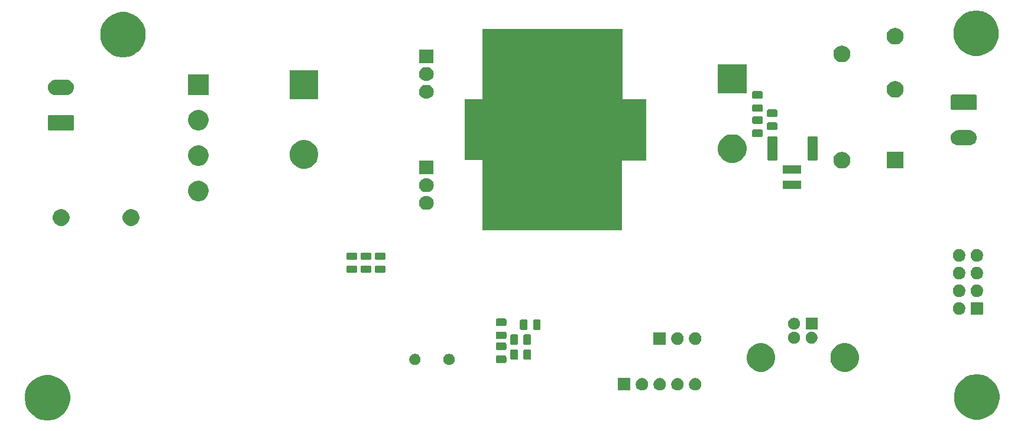
<source format=gbr>
G04 #@! TF.GenerationSoftware,KiCad,Pcbnew,(5.1.6)-1*
G04 #@! TF.CreationDate,2021-05-26T15:33:52+02:00*
G04 #@! TF.ProjectId,PowerSupplyPCB,506f7765-7253-4757-9070-6c795043422e,0.1*
G04 #@! TF.SameCoordinates,Original*
G04 #@! TF.FileFunction,Soldermask,Bot*
G04 #@! TF.FilePolarity,Negative*
%FSLAX46Y46*%
G04 Gerber Fmt 4.6, Leading zero omitted, Abs format (unit mm)*
G04 Created by KiCad (PCBNEW (5.1.6)-1) date 2021-05-26 15:33:52*
%MOMM*%
%LPD*%
G01*
G04 APERTURE LIST*
%ADD10C,0.100000*%
G04 APERTURE END LIST*
D10*
G36*
X154178000Y-89204800D02*
G01*
X145338800Y-89204800D01*
X145338800Y-80568800D01*
X154178000Y-80568800D01*
X154178000Y-89204800D01*
G37*
X154178000Y-89204800D02*
X145338800Y-89204800D01*
X145338800Y-80568800D01*
X154178000Y-80568800D01*
X154178000Y-89204800D01*
G36*
X171196000Y-80568800D02*
G01*
X171196000Y-89306400D01*
X162001200Y-89306400D01*
X162001200Y-80670400D01*
X161950400Y-80518000D01*
X162001200Y-80568800D01*
X162001200Y-80518000D01*
X171196000Y-80568800D01*
G37*
X171196000Y-80568800D02*
X171196000Y-89306400D01*
X162001200Y-89306400D01*
X162001200Y-80670400D01*
X161950400Y-80518000D01*
X162001200Y-80568800D01*
X162001200Y-80518000D01*
X171196000Y-80568800D01*
G36*
X167792400Y-80518000D02*
G01*
X161950400Y-80518000D01*
X161950400Y-89357200D01*
X167741600Y-89357200D01*
X167741600Y-99314000D01*
X147878800Y-99314000D01*
X147878800Y-89255600D01*
X154228800Y-89255600D01*
X154228800Y-80518000D01*
X147878800Y-80518000D01*
X147878800Y-70510400D01*
X167792400Y-70510400D01*
X167792400Y-80518000D01*
G37*
X167792400Y-80518000D02*
X161950400Y-80518000D01*
X161950400Y-89357200D01*
X167741600Y-89357200D01*
X167741600Y-99314000D01*
X147878800Y-99314000D01*
X147878800Y-89255600D01*
X154228800Y-89255600D01*
X154228800Y-80518000D01*
X147878800Y-80518000D01*
X147878800Y-70510400D01*
X167792400Y-70510400D01*
X167792400Y-80518000D01*
G36*
X86181439Y-120204667D02*
G01*
X86495482Y-120267134D01*
X87087126Y-120512201D01*
X87619592Y-120867984D01*
X88072416Y-121320808D01*
X88428199Y-121853274D01*
X88673266Y-122444918D01*
X88673266Y-122444919D01*
X88798200Y-123073003D01*
X88798200Y-123713397D01*
X88735733Y-124027439D01*
X88673266Y-124341482D01*
X88428199Y-124933126D01*
X88072416Y-125465592D01*
X87619592Y-125918416D01*
X87087126Y-126274199D01*
X86495482Y-126519266D01*
X86181439Y-126581733D01*
X85867397Y-126644200D01*
X85227003Y-126644200D01*
X84912961Y-126581733D01*
X84598918Y-126519266D01*
X84007274Y-126274199D01*
X83474808Y-125918416D01*
X83021984Y-125465592D01*
X82666201Y-124933126D01*
X82421134Y-124341482D01*
X82358667Y-124027439D01*
X82296200Y-123713397D01*
X82296200Y-123073003D01*
X82421134Y-122444919D01*
X82421134Y-122444918D01*
X82666201Y-121853274D01*
X83021984Y-121320808D01*
X83474808Y-120867984D01*
X84007274Y-120512201D01*
X84598918Y-120267134D01*
X84912961Y-120204667D01*
X85227003Y-120142200D01*
X85867397Y-120142200D01*
X86181439Y-120204667D01*
G37*
G36*
X219277439Y-120103067D02*
G01*
X219591482Y-120165534D01*
X220183126Y-120410601D01*
X220583273Y-120677971D01*
X220710449Y-120762947D01*
X220715592Y-120766384D01*
X221168416Y-121219208D01*
X221524199Y-121751674D01*
X221763408Y-122329176D01*
X221769266Y-122343319D01*
X221894200Y-122971403D01*
X221894200Y-123611797D01*
X221868000Y-123743514D01*
X221769266Y-124239882D01*
X221524199Y-124831526D01*
X221168416Y-125363992D01*
X220715592Y-125816816D01*
X220183126Y-126172599D01*
X219591482Y-126417666D01*
X219277439Y-126480133D01*
X218963397Y-126542600D01*
X218323003Y-126542600D01*
X218008961Y-126480133D01*
X217694918Y-126417666D01*
X217103274Y-126172599D01*
X216570808Y-125816816D01*
X216117984Y-125363992D01*
X215762201Y-124831526D01*
X215517134Y-124239882D01*
X215418400Y-123743514D01*
X215392200Y-123611797D01*
X215392200Y-122971403D01*
X215517134Y-122343319D01*
X215522992Y-122329176D01*
X215762201Y-121751674D01*
X216117984Y-121219208D01*
X216570808Y-120766384D01*
X216575952Y-120762947D01*
X216703127Y-120677971D01*
X217103274Y-120410601D01*
X217694918Y-120165534D01*
X218008961Y-120103067D01*
X218323003Y-120040600D01*
X218963397Y-120040600D01*
X219277439Y-120103067D01*
G37*
G36*
X169049000Y-122363800D02*
G01*
X167247000Y-122363800D01*
X167247000Y-120561800D01*
X169049000Y-120561800D01*
X169049000Y-122363800D01*
G37*
G36*
X170801512Y-120566727D02*
G01*
X170950812Y-120596424D01*
X171114784Y-120664344D01*
X171262354Y-120762947D01*
X171387853Y-120888446D01*
X171486456Y-121036016D01*
X171554376Y-121199988D01*
X171589000Y-121374059D01*
X171589000Y-121551541D01*
X171554376Y-121725612D01*
X171486456Y-121889584D01*
X171387853Y-122037154D01*
X171262354Y-122162653D01*
X171114784Y-122261256D01*
X170950812Y-122329176D01*
X170801512Y-122358873D01*
X170776742Y-122363800D01*
X170599258Y-122363800D01*
X170574488Y-122358873D01*
X170425188Y-122329176D01*
X170261216Y-122261256D01*
X170113646Y-122162653D01*
X169988147Y-122037154D01*
X169889544Y-121889584D01*
X169821624Y-121725612D01*
X169787000Y-121551541D01*
X169787000Y-121374059D01*
X169821624Y-121199988D01*
X169889544Y-121036016D01*
X169988147Y-120888446D01*
X170113646Y-120762947D01*
X170261216Y-120664344D01*
X170425188Y-120596424D01*
X170574488Y-120566727D01*
X170599258Y-120561800D01*
X170776742Y-120561800D01*
X170801512Y-120566727D01*
G37*
G36*
X173341512Y-120566727D02*
G01*
X173490812Y-120596424D01*
X173654784Y-120664344D01*
X173802354Y-120762947D01*
X173927853Y-120888446D01*
X174026456Y-121036016D01*
X174094376Y-121199988D01*
X174129000Y-121374059D01*
X174129000Y-121551541D01*
X174094376Y-121725612D01*
X174026456Y-121889584D01*
X173927853Y-122037154D01*
X173802354Y-122162653D01*
X173654784Y-122261256D01*
X173490812Y-122329176D01*
X173341512Y-122358873D01*
X173316742Y-122363800D01*
X173139258Y-122363800D01*
X173114488Y-122358873D01*
X172965188Y-122329176D01*
X172801216Y-122261256D01*
X172653646Y-122162653D01*
X172528147Y-122037154D01*
X172429544Y-121889584D01*
X172361624Y-121725612D01*
X172327000Y-121551541D01*
X172327000Y-121374059D01*
X172361624Y-121199988D01*
X172429544Y-121036016D01*
X172528147Y-120888446D01*
X172653646Y-120762947D01*
X172801216Y-120664344D01*
X172965188Y-120596424D01*
X173114488Y-120566727D01*
X173139258Y-120561800D01*
X173316742Y-120561800D01*
X173341512Y-120566727D01*
G37*
G36*
X175881512Y-120566727D02*
G01*
X176030812Y-120596424D01*
X176194784Y-120664344D01*
X176342354Y-120762947D01*
X176467853Y-120888446D01*
X176566456Y-121036016D01*
X176634376Y-121199988D01*
X176669000Y-121374059D01*
X176669000Y-121551541D01*
X176634376Y-121725612D01*
X176566456Y-121889584D01*
X176467853Y-122037154D01*
X176342354Y-122162653D01*
X176194784Y-122261256D01*
X176030812Y-122329176D01*
X175881512Y-122358873D01*
X175856742Y-122363800D01*
X175679258Y-122363800D01*
X175654488Y-122358873D01*
X175505188Y-122329176D01*
X175341216Y-122261256D01*
X175193646Y-122162653D01*
X175068147Y-122037154D01*
X174969544Y-121889584D01*
X174901624Y-121725612D01*
X174867000Y-121551541D01*
X174867000Y-121374059D01*
X174901624Y-121199988D01*
X174969544Y-121036016D01*
X175068147Y-120888446D01*
X175193646Y-120762947D01*
X175341216Y-120664344D01*
X175505188Y-120596424D01*
X175654488Y-120566727D01*
X175679258Y-120561800D01*
X175856742Y-120561800D01*
X175881512Y-120566727D01*
G37*
G36*
X178421512Y-120566727D02*
G01*
X178570812Y-120596424D01*
X178734784Y-120664344D01*
X178882354Y-120762947D01*
X179007853Y-120888446D01*
X179106456Y-121036016D01*
X179174376Y-121199988D01*
X179209000Y-121374059D01*
X179209000Y-121551541D01*
X179174376Y-121725612D01*
X179106456Y-121889584D01*
X179007853Y-122037154D01*
X178882354Y-122162653D01*
X178734784Y-122261256D01*
X178570812Y-122329176D01*
X178421512Y-122358873D01*
X178396742Y-122363800D01*
X178219258Y-122363800D01*
X178194488Y-122358873D01*
X178045188Y-122329176D01*
X177881216Y-122261256D01*
X177733646Y-122162653D01*
X177608147Y-122037154D01*
X177509544Y-121889584D01*
X177441624Y-121725612D01*
X177407000Y-121551541D01*
X177407000Y-121374059D01*
X177441624Y-121199988D01*
X177509544Y-121036016D01*
X177608147Y-120888446D01*
X177733646Y-120762947D01*
X177881216Y-120664344D01*
X178045188Y-120596424D01*
X178194488Y-120566727D01*
X178219258Y-120561800D01*
X178396742Y-120561800D01*
X178421512Y-120566727D01*
G37*
G36*
X200318654Y-115663818D02*
G01*
X200673017Y-115810600D01*
X200691913Y-115818427D01*
X201027836Y-116042884D01*
X201313516Y-116328564D01*
X201476484Y-116572462D01*
X201537974Y-116664489D01*
X201692582Y-117037746D01*
X201771400Y-117433993D01*
X201771400Y-117838007D01*
X201692582Y-118234254D01*
X201570503Y-118528978D01*
X201537973Y-118607513D01*
X201313516Y-118943436D01*
X201027836Y-119229116D01*
X200691913Y-119453573D01*
X200691912Y-119453574D01*
X200691911Y-119453574D01*
X200318654Y-119608182D01*
X199922407Y-119687000D01*
X199518393Y-119687000D01*
X199122146Y-119608182D01*
X198748889Y-119453574D01*
X198748888Y-119453574D01*
X198748887Y-119453573D01*
X198412964Y-119229116D01*
X198127284Y-118943436D01*
X197902827Y-118607513D01*
X197870297Y-118528978D01*
X197748218Y-118234254D01*
X197669400Y-117838007D01*
X197669400Y-117433993D01*
X197748218Y-117037746D01*
X197902826Y-116664489D01*
X197964317Y-116572462D01*
X198127284Y-116328564D01*
X198412964Y-116042884D01*
X198748887Y-115818427D01*
X198767783Y-115810600D01*
X199122146Y-115663818D01*
X199518393Y-115585000D01*
X199922407Y-115585000D01*
X200318654Y-115663818D01*
G37*
G36*
X188318654Y-115663818D02*
G01*
X188673017Y-115810600D01*
X188691913Y-115818427D01*
X189027836Y-116042884D01*
X189313516Y-116328564D01*
X189476484Y-116572462D01*
X189537974Y-116664489D01*
X189692582Y-117037746D01*
X189771400Y-117433993D01*
X189771400Y-117838007D01*
X189692582Y-118234254D01*
X189570503Y-118528978D01*
X189537973Y-118607513D01*
X189313516Y-118943436D01*
X189027836Y-119229116D01*
X188691913Y-119453573D01*
X188691912Y-119453574D01*
X188691911Y-119453574D01*
X188318654Y-119608182D01*
X187922407Y-119687000D01*
X187518393Y-119687000D01*
X187122146Y-119608182D01*
X186748889Y-119453574D01*
X186748888Y-119453574D01*
X186748887Y-119453573D01*
X186412964Y-119229116D01*
X186127284Y-118943436D01*
X185902827Y-118607513D01*
X185870297Y-118528978D01*
X185748218Y-118234254D01*
X185669400Y-117838007D01*
X185669400Y-117433993D01*
X185748218Y-117037746D01*
X185902826Y-116664489D01*
X185964317Y-116572462D01*
X186127284Y-116328564D01*
X186412964Y-116042884D01*
X186748887Y-115818427D01*
X186767783Y-115810600D01*
X187122146Y-115663818D01*
X187518393Y-115585000D01*
X187922407Y-115585000D01*
X188318654Y-115663818D01*
G37*
G36*
X143289642Y-117136581D02*
G01*
X143435414Y-117196962D01*
X143435416Y-117196963D01*
X143566608Y-117284622D01*
X143678178Y-117396192D01*
X143752091Y-117506812D01*
X143765838Y-117527386D01*
X143826219Y-117673158D01*
X143857000Y-117827907D01*
X143857000Y-117985693D01*
X143826219Y-118140442D01*
X143787360Y-118234255D01*
X143765837Y-118286216D01*
X143678178Y-118417408D01*
X143566608Y-118528978D01*
X143435416Y-118616637D01*
X143435415Y-118616638D01*
X143435414Y-118616638D01*
X143289642Y-118677019D01*
X143134893Y-118707800D01*
X142977107Y-118707800D01*
X142822358Y-118677019D01*
X142676586Y-118616638D01*
X142676585Y-118616638D01*
X142676584Y-118616637D01*
X142545392Y-118528978D01*
X142433822Y-118417408D01*
X142346163Y-118286216D01*
X142324640Y-118234255D01*
X142285781Y-118140442D01*
X142255000Y-117985693D01*
X142255000Y-117827907D01*
X142285781Y-117673158D01*
X142346162Y-117527386D01*
X142359909Y-117506812D01*
X142433822Y-117396192D01*
X142545392Y-117284622D01*
X142676584Y-117196963D01*
X142676586Y-117196962D01*
X142822358Y-117136581D01*
X142977107Y-117105800D01*
X143134893Y-117105800D01*
X143289642Y-117136581D01*
G37*
G36*
X138409642Y-117136581D02*
G01*
X138555414Y-117196962D01*
X138555416Y-117196963D01*
X138686608Y-117284622D01*
X138798178Y-117396192D01*
X138872091Y-117506812D01*
X138885838Y-117527386D01*
X138946219Y-117673158D01*
X138977000Y-117827907D01*
X138977000Y-117985693D01*
X138946219Y-118140442D01*
X138907360Y-118234255D01*
X138885837Y-118286216D01*
X138798178Y-118417408D01*
X138686608Y-118528978D01*
X138555416Y-118616637D01*
X138555415Y-118616638D01*
X138555414Y-118616638D01*
X138409642Y-118677019D01*
X138254893Y-118707800D01*
X138097107Y-118707800D01*
X137942358Y-118677019D01*
X137796586Y-118616638D01*
X137796585Y-118616638D01*
X137796584Y-118616637D01*
X137665392Y-118528978D01*
X137553822Y-118417408D01*
X137466163Y-118286216D01*
X137444640Y-118234255D01*
X137405781Y-118140442D01*
X137375000Y-117985693D01*
X137375000Y-117827907D01*
X137405781Y-117673158D01*
X137466162Y-117527386D01*
X137479909Y-117506812D01*
X137553822Y-117396192D01*
X137665392Y-117284622D01*
X137796584Y-117196963D01*
X137796586Y-117196962D01*
X137942358Y-117136581D01*
X138097107Y-117105800D01*
X138254893Y-117105800D01*
X138409642Y-117136581D01*
G37*
G36*
X151104868Y-117345165D02*
G01*
X151143538Y-117356896D01*
X151179177Y-117375946D01*
X151210417Y-117401583D01*
X151236054Y-117432823D01*
X151255104Y-117468462D01*
X151266835Y-117507132D01*
X151271400Y-117553488D01*
X151271400Y-118204712D01*
X151266835Y-118251068D01*
X151255104Y-118289738D01*
X151236054Y-118325377D01*
X151210417Y-118356617D01*
X151179177Y-118382254D01*
X151143538Y-118401304D01*
X151104868Y-118413035D01*
X151058512Y-118417600D01*
X149982288Y-118417600D01*
X149935932Y-118413035D01*
X149897262Y-118401304D01*
X149861623Y-118382254D01*
X149830383Y-118356617D01*
X149804746Y-118325377D01*
X149785696Y-118289738D01*
X149773965Y-118251068D01*
X149769400Y-118204712D01*
X149769400Y-117553488D01*
X149773965Y-117507132D01*
X149785696Y-117468462D01*
X149804746Y-117432823D01*
X149830383Y-117401583D01*
X149861623Y-117375946D01*
X149897262Y-117356896D01*
X149935932Y-117345165D01*
X149982288Y-117340600D01*
X151058512Y-117340600D01*
X151104868Y-117345165D01*
G37*
G36*
X154623868Y-116449165D02*
G01*
X154662538Y-116460896D01*
X154698177Y-116479946D01*
X154729417Y-116505583D01*
X154755054Y-116536823D01*
X154774104Y-116572462D01*
X154785835Y-116611132D01*
X154790400Y-116657488D01*
X154790400Y-117733712D01*
X154785835Y-117780068D01*
X154774104Y-117818738D01*
X154755054Y-117854377D01*
X154729417Y-117885617D01*
X154698177Y-117911254D01*
X154662538Y-117930304D01*
X154623868Y-117942035D01*
X154577512Y-117946600D01*
X153926288Y-117946600D01*
X153879932Y-117942035D01*
X153841262Y-117930304D01*
X153805623Y-117911254D01*
X153774383Y-117885617D01*
X153748746Y-117854377D01*
X153729696Y-117818738D01*
X153717965Y-117780068D01*
X153713400Y-117733712D01*
X153713400Y-116657488D01*
X153717965Y-116611132D01*
X153729696Y-116572462D01*
X153748746Y-116536823D01*
X153774383Y-116505583D01*
X153805623Y-116479946D01*
X153841262Y-116460896D01*
X153879932Y-116449165D01*
X153926288Y-116444600D01*
X154577512Y-116444600D01*
X154623868Y-116449165D01*
G37*
G36*
X152748868Y-116449165D02*
G01*
X152787538Y-116460896D01*
X152823177Y-116479946D01*
X152854417Y-116505583D01*
X152880054Y-116536823D01*
X152899104Y-116572462D01*
X152910835Y-116611132D01*
X152915400Y-116657488D01*
X152915400Y-117733712D01*
X152910835Y-117780068D01*
X152899104Y-117818738D01*
X152880054Y-117854377D01*
X152854417Y-117885617D01*
X152823177Y-117911254D01*
X152787538Y-117930304D01*
X152748868Y-117942035D01*
X152702512Y-117946600D01*
X152051288Y-117946600D01*
X152004932Y-117942035D01*
X151966262Y-117930304D01*
X151930623Y-117911254D01*
X151899383Y-117885617D01*
X151873746Y-117854377D01*
X151854696Y-117818738D01*
X151842965Y-117780068D01*
X151838400Y-117733712D01*
X151838400Y-116657488D01*
X151842965Y-116611132D01*
X151854696Y-116572462D01*
X151873746Y-116536823D01*
X151899383Y-116505583D01*
X151930623Y-116479946D01*
X151966262Y-116460896D01*
X152004932Y-116449165D01*
X152051288Y-116444600D01*
X152702512Y-116444600D01*
X152748868Y-116449165D01*
G37*
G36*
X151104868Y-115470165D02*
G01*
X151143538Y-115481896D01*
X151179177Y-115500946D01*
X151210417Y-115526583D01*
X151236054Y-115557823D01*
X151255104Y-115593462D01*
X151266835Y-115632132D01*
X151271400Y-115678488D01*
X151271400Y-116329712D01*
X151266835Y-116376068D01*
X151255104Y-116414738D01*
X151236054Y-116450377D01*
X151210417Y-116481617D01*
X151179177Y-116507254D01*
X151143538Y-116526304D01*
X151104868Y-116538035D01*
X151058512Y-116542600D01*
X149982288Y-116542600D01*
X149935932Y-116538035D01*
X149897262Y-116526304D01*
X149861623Y-116507254D01*
X149830383Y-116481617D01*
X149804746Y-116450377D01*
X149785696Y-116414738D01*
X149773965Y-116376068D01*
X149769400Y-116329712D01*
X149769400Y-115678488D01*
X149773965Y-115632132D01*
X149785696Y-115593462D01*
X149804746Y-115557823D01*
X149830383Y-115526583D01*
X149861623Y-115500946D01*
X149897262Y-115481896D01*
X149935932Y-115470165D01*
X149982288Y-115465600D01*
X151058512Y-115465600D01*
X151104868Y-115470165D01*
G37*
G36*
X152748868Y-114315565D02*
G01*
X152787538Y-114327296D01*
X152823177Y-114346346D01*
X152854417Y-114371983D01*
X152880054Y-114403223D01*
X152899104Y-114438862D01*
X152910835Y-114477532D01*
X152915400Y-114523888D01*
X152915400Y-115600112D01*
X152910835Y-115646468D01*
X152899104Y-115685138D01*
X152880054Y-115720777D01*
X152854417Y-115752017D01*
X152823177Y-115777654D01*
X152787538Y-115796704D01*
X152748868Y-115808435D01*
X152702512Y-115813000D01*
X152051288Y-115813000D01*
X152004932Y-115808435D01*
X151966262Y-115796704D01*
X151930623Y-115777654D01*
X151899383Y-115752017D01*
X151873746Y-115720777D01*
X151854696Y-115685138D01*
X151842965Y-115646468D01*
X151838400Y-115600112D01*
X151838400Y-114523888D01*
X151842965Y-114477532D01*
X151854696Y-114438862D01*
X151873746Y-114403223D01*
X151899383Y-114371983D01*
X151930623Y-114346346D01*
X151966262Y-114327296D01*
X152004932Y-114315565D01*
X152051288Y-114311000D01*
X152702512Y-114311000D01*
X152748868Y-114315565D01*
G37*
G36*
X154623868Y-114315565D02*
G01*
X154662538Y-114327296D01*
X154698177Y-114346346D01*
X154729417Y-114371983D01*
X154755054Y-114403223D01*
X154774104Y-114438862D01*
X154785835Y-114477532D01*
X154790400Y-114523888D01*
X154790400Y-115600112D01*
X154785835Y-115646468D01*
X154774104Y-115685138D01*
X154755054Y-115720777D01*
X154729417Y-115752017D01*
X154698177Y-115777654D01*
X154662538Y-115796704D01*
X154623868Y-115808435D01*
X154577512Y-115813000D01*
X153926288Y-115813000D01*
X153879932Y-115808435D01*
X153841262Y-115796704D01*
X153805623Y-115777654D01*
X153774383Y-115752017D01*
X153748746Y-115720777D01*
X153729696Y-115685138D01*
X153717965Y-115646468D01*
X153713400Y-115600112D01*
X153713400Y-114523888D01*
X153717965Y-114477532D01*
X153729696Y-114438862D01*
X153748746Y-114403223D01*
X153774383Y-114371983D01*
X153805623Y-114346346D01*
X153841262Y-114327296D01*
X153879932Y-114315565D01*
X153926288Y-114311000D01*
X154577512Y-114311000D01*
X154623868Y-114315565D01*
G37*
G36*
X174129000Y-115810600D02*
G01*
X172327000Y-115810600D01*
X172327000Y-114008600D01*
X174129000Y-114008600D01*
X174129000Y-115810600D01*
G37*
G36*
X175881512Y-114013527D02*
G01*
X176030812Y-114043224D01*
X176194784Y-114111144D01*
X176342354Y-114209747D01*
X176467853Y-114335246D01*
X176566456Y-114482816D01*
X176634376Y-114646788D01*
X176669000Y-114820859D01*
X176669000Y-114998341D01*
X176634376Y-115172412D01*
X176566456Y-115336384D01*
X176467853Y-115483954D01*
X176342354Y-115609453D01*
X176194784Y-115708056D01*
X176030812Y-115775976D01*
X175881512Y-115805673D01*
X175856742Y-115810600D01*
X175679258Y-115810600D01*
X175654488Y-115805673D01*
X175505188Y-115775976D01*
X175341216Y-115708056D01*
X175193646Y-115609453D01*
X175068147Y-115483954D01*
X174969544Y-115336384D01*
X174901624Y-115172412D01*
X174867000Y-114998341D01*
X174867000Y-114820859D01*
X174901624Y-114646788D01*
X174969544Y-114482816D01*
X175068147Y-114335246D01*
X175193646Y-114209747D01*
X175341216Y-114111144D01*
X175505188Y-114043224D01*
X175654488Y-114013527D01*
X175679258Y-114008600D01*
X175856742Y-114008600D01*
X175881512Y-114013527D01*
G37*
G36*
X178421512Y-114013527D02*
G01*
X178570812Y-114043224D01*
X178734784Y-114111144D01*
X178882354Y-114209747D01*
X179007853Y-114335246D01*
X179106456Y-114482816D01*
X179174376Y-114646788D01*
X179209000Y-114820859D01*
X179209000Y-114998341D01*
X179174376Y-115172412D01*
X179106456Y-115336384D01*
X179007853Y-115483954D01*
X178882354Y-115609453D01*
X178734784Y-115708056D01*
X178570812Y-115775976D01*
X178421512Y-115805673D01*
X178396742Y-115810600D01*
X178219258Y-115810600D01*
X178194488Y-115805673D01*
X178045188Y-115775976D01*
X177881216Y-115708056D01*
X177733646Y-115609453D01*
X177608147Y-115483954D01*
X177509544Y-115336384D01*
X177441624Y-115172412D01*
X177407000Y-114998341D01*
X177407000Y-114820859D01*
X177441624Y-114646788D01*
X177509544Y-114482816D01*
X177608147Y-114335246D01*
X177733646Y-114209747D01*
X177881216Y-114111144D01*
X178045188Y-114043224D01*
X178194488Y-114013527D01*
X178219258Y-114008600D01*
X178396742Y-114008600D01*
X178421512Y-114013527D01*
G37*
G36*
X192718628Y-113957703D02*
G01*
X192873500Y-114021853D01*
X193012881Y-114114985D01*
X193131415Y-114233519D01*
X193224547Y-114372900D01*
X193288697Y-114527772D01*
X193321400Y-114692184D01*
X193321400Y-114859816D01*
X193288697Y-115024228D01*
X193224547Y-115179100D01*
X193131415Y-115318481D01*
X193012881Y-115437015D01*
X192873500Y-115530147D01*
X192718628Y-115594297D01*
X192554216Y-115627000D01*
X192386584Y-115627000D01*
X192222172Y-115594297D01*
X192067300Y-115530147D01*
X191927919Y-115437015D01*
X191809385Y-115318481D01*
X191716253Y-115179100D01*
X191652103Y-115024228D01*
X191619400Y-114859816D01*
X191619400Y-114692184D01*
X191652103Y-114527772D01*
X191716253Y-114372900D01*
X191809385Y-114233519D01*
X191927919Y-114114985D01*
X192067300Y-114021853D01*
X192222172Y-113957703D01*
X192386584Y-113925000D01*
X192554216Y-113925000D01*
X192718628Y-113957703D01*
G37*
G36*
X195218628Y-113957703D02*
G01*
X195373500Y-114021853D01*
X195512881Y-114114985D01*
X195631415Y-114233519D01*
X195724547Y-114372900D01*
X195788697Y-114527772D01*
X195821400Y-114692184D01*
X195821400Y-114859816D01*
X195788697Y-115024228D01*
X195724547Y-115179100D01*
X195631415Y-115318481D01*
X195512881Y-115437015D01*
X195373500Y-115530147D01*
X195218628Y-115594297D01*
X195054216Y-115627000D01*
X194886584Y-115627000D01*
X194722172Y-115594297D01*
X194567300Y-115530147D01*
X194427919Y-115437015D01*
X194309385Y-115318481D01*
X194216253Y-115179100D01*
X194152103Y-115024228D01*
X194119400Y-114859816D01*
X194119400Y-114692184D01*
X194152103Y-114527772D01*
X194216253Y-114372900D01*
X194309385Y-114233519D01*
X194427919Y-114114985D01*
X194567300Y-114021853D01*
X194722172Y-113957703D01*
X194886584Y-113925000D01*
X195054216Y-113925000D01*
X195218628Y-113957703D01*
G37*
G36*
X151104868Y-113913865D02*
G01*
X151143538Y-113925596D01*
X151179177Y-113944646D01*
X151210417Y-113970283D01*
X151236054Y-114001523D01*
X151255104Y-114037162D01*
X151266835Y-114075832D01*
X151271400Y-114122188D01*
X151271400Y-114773412D01*
X151266835Y-114819768D01*
X151255104Y-114858438D01*
X151236054Y-114894077D01*
X151210417Y-114925317D01*
X151179177Y-114950954D01*
X151143538Y-114970004D01*
X151104868Y-114981735D01*
X151058512Y-114986300D01*
X149982288Y-114986300D01*
X149935932Y-114981735D01*
X149897262Y-114970004D01*
X149861623Y-114950954D01*
X149830383Y-114925317D01*
X149804746Y-114894077D01*
X149785696Y-114858438D01*
X149773965Y-114819768D01*
X149769400Y-114773412D01*
X149769400Y-114122188D01*
X149773965Y-114075832D01*
X149785696Y-114037162D01*
X149804746Y-114001523D01*
X149830383Y-113970283D01*
X149861623Y-113944646D01*
X149897262Y-113925596D01*
X149935932Y-113913865D01*
X149982288Y-113909300D01*
X151058512Y-113909300D01*
X151104868Y-113913865D01*
G37*
G36*
X154120468Y-112181965D02*
G01*
X154159138Y-112193696D01*
X154194777Y-112212746D01*
X154226017Y-112238383D01*
X154251654Y-112269623D01*
X154270704Y-112305262D01*
X154282435Y-112343932D01*
X154287000Y-112390288D01*
X154287000Y-113466512D01*
X154282435Y-113512868D01*
X154270704Y-113551538D01*
X154251654Y-113587177D01*
X154226017Y-113618417D01*
X154194777Y-113644054D01*
X154159138Y-113663104D01*
X154120468Y-113674835D01*
X154074112Y-113679400D01*
X153422888Y-113679400D01*
X153376532Y-113674835D01*
X153337862Y-113663104D01*
X153302223Y-113644054D01*
X153270983Y-113618417D01*
X153245346Y-113587177D01*
X153226296Y-113551538D01*
X153214565Y-113512868D01*
X153210000Y-113466512D01*
X153210000Y-112390288D01*
X153214565Y-112343932D01*
X153226296Y-112305262D01*
X153245346Y-112269623D01*
X153270983Y-112238383D01*
X153302223Y-112212746D01*
X153337862Y-112193696D01*
X153376532Y-112181965D01*
X153422888Y-112177400D01*
X154074112Y-112177400D01*
X154120468Y-112181965D01*
G37*
G36*
X155995468Y-112181965D02*
G01*
X156034138Y-112193696D01*
X156069777Y-112212746D01*
X156101017Y-112238383D01*
X156126654Y-112269623D01*
X156145704Y-112305262D01*
X156157435Y-112343932D01*
X156162000Y-112390288D01*
X156162000Y-113466512D01*
X156157435Y-113512868D01*
X156145704Y-113551538D01*
X156126654Y-113587177D01*
X156101017Y-113618417D01*
X156069777Y-113644054D01*
X156034138Y-113663104D01*
X155995468Y-113674835D01*
X155949112Y-113679400D01*
X155297888Y-113679400D01*
X155251532Y-113674835D01*
X155212862Y-113663104D01*
X155177223Y-113644054D01*
X155145983Y-113618417D01*
X155120346Y-113587177D01*
X155101296Y-113551538D01*
X155089565Y-113512868D01*
X155085000Y-113466512D01*
X155085000Y-112390288D01*
X155089565Y-112343932D01*
X155101296Y-112305262D01*
X155120346Y-112269623D01*
X155145983Y-112238383D01*
X155177223Y-112212746D01*
X155212862Y-112193696D01*
X155251532Y-112181965D01*
X155297888Y-112177400D01*
X155949112Y-112177400D01*
X155995468Y-112181965D01*
G37*
G36*
X192718628Y-111957703D02*
G01*
X192873500Y-112021853D01*
X193012881Y-112114985D01*
X193131415Y-112233519D01*
X193224547Y-112372900D01*
X193288697Y-112527772D01*
X193321400Y-112692184D01*
X193321400Y-112859816D01*
X193288697Y-113024228D01*
X193224547Y-113179100D01*
X193131415Y-113318481D01*
X193012881Y-113437015D01*
X192873500Y-113530147D01*
X192718628Y-113594297D01*
X192554216Y-113627000D01*
X192386584Y-113627000D01*
X192222172Y-113594297D01*
X192067300Y-113530147D01*
X191927919Y-113437015D01*
X191809385Y-113318481D01*
X191716253Y-113179100D01*
X191652103Y-113024228D01*
X191619400Y-112859816D01*
X191619400Y-112692184D01*
X191652103Y-112527772D01*
X191716253Y-112372900D01*
X191809385Y-112233519D01*
X191927919Y-112114985D01*
X192067300Y-112021853D01*
X192222172Y-111957703D01*
X192386584Y-111925000D01*
X192554216Y-111925000D01*
X192718628Y-111957703D01*
G37*
G36*
X195821400Y-113627000D02*
G01*
X194119400Y-113627000D01*
X194119400Y-111925000D01*
X195821400Y-111925000D01*
X195821400Y-113627000D01*
G37*
G36*
X151104868Y-112038865D02*
G01*
X151143538Y-112050596D01*
X151179177Y-112069646D01*
X151210417Y-112095283D01*
X151236054Y-112126523D01*
X151255104Y-112162162D01*
X151266835Y-112200832D01*
X151271400Y-112247188D01*
X151271400Y-112898412D01*
X151266835Y-112944768D01*
X151255104Y-112983438D01*
X151236054Y-113019077D01*
X151210417Y-113050317D01*
X151179177Y-113075954D01*
X151143538Y-113095004D01*
X151104868Y-113106735D01*
X151058512Y-113111300D01*
X149982288Y-113111300D01*
X149935932Y-113106735D01*
X149897262Y-113095004D01*
X149861623Y-113075954D01*
X149830383Y-113050317D01*
X149804746Y-113019077D01*
X149785696Y-112983438D01*
X149773965Y-112944768D01*
X149769400Y-112898412D01*
X149769400Y-112247188D01*
X149773965Y-112200832D01*
X149785696Y-112162162D01*
X149804746Y-112126523D01*
X149830383Y-112095283D01*
X149861623Y-112069646D01*
X149897262Y-112050596D01*
X149935932Y-112038865D01*
X149982288Y-112034300D01*
X151058512Y-112034300D01*
X151104868Y-112038865D01*
G37*
G36*
X216211996Y-109694589D02*
G01*
X216366012Y-109725224D01*
X216529984Y-109793144D01*
X216677554Y-109891747D01*
X216803053Y-110017246D01*
X216901656Y-110164816D01*
X216969576Y-110328788D01*
X217004200Y-110502859D01*
X217004200Y-110680341D01*
X216969576Y-110854412D01*
X216901656Y-111018384D01*
X216803053Y-111165954D01*
X216677554Y-111291453D01*
X216529984Y-111390056D01*
X216366012Y-111457976D01*
X216217541Y-111487508D01*
X216191942Y-111492600D01*
X216014458Y-111492600D01*
X215988859Y-111487508D01*
X215840388Y-111457976D01*
X215676416Y-111390056D01*
X215528846Y-111291453D01*
X215403347Y-111165954D01*
X215304744Y-111018384D01*
X215236824Y-110854412D01*
X215202200Y-110680341D01*
X215202200Y-110502859D01*
X215236824Y-110328788D01*
X215304744Y-110164816D01*
X215403347Y-110017246D01*
X215528846Y-109891747D01*
X215676416Y-109793144D01*
X215840388Y-109725224D01*
X215994404Y-109694589D01*
X216014458Y-109690600D01*
X216191942Y-109690600D01*
X216211996Y-109694589D01*
G37*
G36*
X219401800Y-109694589D02*
G01*
X219434852Y-109704615D01*
X219465303Y-109720892D01*
X219491999Y-109742801D01*
X219513908Y-109769497D01*
X219530185Y-109799948D01*
X219540211Y-109833000D01*
X219544200Y-109873503D01*
X219544200Y-111309697D01*
X219540211Y-111350200D01*
X219530185Y-111383252D01*
X219513908Y-111413703D01*
X219491999Y-111440399D01*
X219465303Y-111462308D01*
X219434852Y-111478585D01*
X219401800Y-111488611D01*
X219361297Y-111492600D01*
X217925103Y-111492600D01*
X217884600Y-111488611D01*
X217851548Y-111478585D01*
X217821097Y-111462308D01*
X217794401Y-111440399D01*
X217772492Y-111413703D01*
X217756215Y-111383252D01*
X217746189Y-111350200D01*
X217742200Y-111309697D01*
X217742200Y-109873503D01*
X217746189Y-109833000D01*
X217756215Y-109799948D01*
X217772492Y-109769497D01*
X217794401Y-109742801D01*
X217821097Y-109720892D01*
X217851548Y-109704615D01*
X217884600Y-109694589D01*
X217925103Y-109690600D01*
X219361297Y-109690600D01*
X219401800Y-109694589D01*
G37*
G36*
X216216712Y-107155527D02*
G01*
X216366012Y-107185224D01*
X216529984Y-107253144D01*
X216677554Y-107351747D01*
X216803053Y-107477246D01*
X216901656Y-107624816D01*
X216969576Y-107788788D01*
X217004200Y-107962859D01*
X217004200Y-108140341D01*
X216969576Y-108314412D01*
X216901656Y-108478384D01*
X216803053Y-108625954D01*
X216677554Y-108751453D01*
X216529984Y-108850056D01*
X216366012Y-108917976D01*
X216216712Y-108947673D01*
X216191942Y-108952600D01*
X216014458Y-108952600D01*
X215989688Y-108947673D01*
X215840388Y-108917976D01*
X215676416Y-108850056D01*
X215528846Y-108751453D01*
X215403347Y-108625954D01*
X215304744Y-108478384D01*
X215236824Y-108314412D01*
X215202200Y-108140341D01*
X215202200Y-107962859D01*
X215236824Y-107788788D01*
X215304744Y-107624816D01*
X215403347Y-107477246D01*
X215528846Y-107351747D01*
X215676416Y-107253144D01*
X215840388Y-107185224D01*
X215989688Y-107155527D01*
X216014458Y-107150600D01*
X216191942Y-107150600D01*
X216216712Y-107155527D01*
G37*
G36*
X218756712Y-107155527D02*
G01*
X218906012Y-107185224D01*
X219069984Y-107253144D01*
X219217554Y-107351747D01*
X219343053Y-107477246D01*
X219441656Y-107624816D01*
X219509576Y-107788788D01*
X219544200Y-107962859D01*
X219544200Y-108140341D01*
X219509576Y-108314412D01*
X219441656Y-108478384D01*
X219343053Y-108625954D01*
X219217554Y-108751453D01*
X219069984Y-108850056D01*
X218906012Y-108917976D01*
X218756712Y-108947673D01*
X218731942Y-108952600D01*
X218554458Y-108952600D01*
X218529688Y-108947673D01*
X218380388Y-108917976D01*
X218216416Y-108850056D01*
X218068846Y-108751453D01*
X217943347Y-108625954D01*
X217844744Y-108478384D01*
X217776824Y-108314412D01*
X217742200Y-108140341D01*
X217742200Y-107962859D01*
X217776824Y-107788788D01*
X217844744Y-107624816D01*
X217943347Y-107477246D01*
X218068846Y-107351747D01*
X218216416Y-107253144D01*
X218380388Y-107185224D01*
X218529688Y-107155527D01*
X218554458Y-107150600D01*
X218731942Y-107150600D01*
X218756712Y-107155527D01*
G37*
G36*
X218756712Y-104615527D02*
G01*
X218906012Y-104645224D01*
X219069984Y-104713144D01*
X219217554Y-104811747D01*
X219343053Y-104937246D01*
X219441656Y-105084816D01*
X219509576Y-105248788D01*
X219529347Y-105348188D01*
X219544065Y-105422177D01*
X219544200Y-105422859D01*
X219544200Y-105600341D01*
X219509576Y-105774412D01*
X219441656Y-105938384D01*
X219343053Y-106085954D01*
X219217554Y-106211453D01*
X219069984Y-106310056D01*
X218906012Y-106377976D01*
X218756712Y-106407673D01*
X218731942Y-106412600D01*
X218554458Y-106412600D01*
X218529688Y-106407673D01*
X218380388Y-106377976D01*
X218216416Y-106310056D01*
X218068846Y-106211453D01*
X217943347Y-106085954D01*
X217844744Y-105938384D01*
X217776824Y-105774412D01*
X217742200Y-105600341D01*
X217742200Y-105422859D01*
X217742336Y-105422177D01*
X217757053Y-105348188D01*
X217776824Y-105248788D01*
X217844744Y-105084816D01*
X217943347Y-104937246D01*
X218068846Y-104811747D01*
X218216416Y-104713144D01*
X218380388Y-104645224D01*
X218529688Y-104615527D01*
X218554458Y-104610600D01*
X218731942Y-104610600D01*
X218756712Y-104615527D01*
G37*
G36*
X216216712Y-104615527D02*
G01*
X216366012Y-104645224D01*
X216529984Y-104713144D01*
X216677554Y-104811747D01*
X216803053Y-104937246D01*
X216901656Y-105084816D01*
X216969576Y-105248788D01*
X216989347Y-105348188D01*
X217004065Y-105422177D01*
X217004200Y-105422859D01*
X217004200Y-105600341D01*
X216969576Y-105774412D01*
X216901656Y-105938384D01*
X216803053Y-106085954D01*
X216677554Y-106211453D01*
X216529984Y-106310056D01*
X216366012Y-106377976D01*
X216216712Y-106407673D01*
X216191942Y-106412600D01*
X216014458Y-106412600D01*
X215989688Y-106407673D01*
X215840388Y-106377976D01*
X215676416Y-106310056D01*
X215528846Y-106211453D01*
X215403347Y-106085954D01*
X215304744Y-105938384D01*
X215236824Y-105774412D01*
X215202200Y-105600341D01*
X215202200Y-105422859D01*
X215202336Y-105422177D01*
X215217053Y-105348188D01*
X215236824Y-105248788D01*
X215304744Y-105084816D01*
X215403347Y-104937246D01*
X215528846Y-104811747D01*
X215676416Y-104713144D01*
X215840388Y-104645224D01*
X215989688Y-104615527D01*
X216014458Y-104610600D01*
X216191942Y-104610600D01*
X216216712Y-104615527D01*
G37*
G36*
X131750068Y-104441965D02*
G01*
X131788738Y-104453696D01*
X131824377Y-104472746D01*
X131855617Y-104498383D01*
X131881254Y-104529623D01*
X131900304Y-104565262D01*
X131912035Y-104603932D01*
X131916600Y-104650288D01*
X131916600Y-105301512D01*
X131912035Y-105347868D01*
X131900304Y-105386538D01*
X131881254Y-105422177D01*
X131855617Y-105453417D01*
X131824377Y-105479054D01*
X131788738Y-105498104D01*
X131750068Y-105509835D01*
X131703712Y-105514400D01*
X130627488Y-105514400D01*
X130581132Y-105509835D01*
X130542462Y-105498104D01*
X130506823Y-105479054D01*
X130475583Y-105453417D01*
X130449946Y-105422177D01*
X130430896Y-105386538D01*
X130419165Y-105347868D01*
X130414600Y-105301512D01*
X130414600Y-104650288D01*
X130419165Y-104603932D01*
X130430896Y-104565262D01*
X130449946Y-104529623D01*
X130475583Y-104498383D01*
X130506823Y-104472746D01*
X130542462Y-104453696D01*
X130581132Y-104441965D01*
X130627488Y-104437400D01*
X131703712Y-104437400D01*
X131750068Y-104441965D01*
G37*
G36*
X129718068Y-104441965D02*
G01*
X129756738Y-104453696D01*
X129792377Y-104472746D01*
X129823617Y-104498383D01*
X129849254Y-104529623D01*
X129868304Y-104565262D01*
X129880035Y-104603932D01*
X129884600Y-104650288D01*
X129884600Y-105301512D01*
X129880035Y-105347868D01*
X129868304Y-105386538D01*
X129849254Y-105422177D01*
X129823617Y-105453417D01*
X129792377Y-105479054D01*
X129756738Y-105498104D01*
X129718068Y-105509835D01*
X129671712Y-105514400D01*
X128595488Y-105514400D01*
X128549132Y-105509835D01*
X128510462Y-105498104D01*
X128474823Y-105479054D01*
X128443583Y-105453417D01*
X128417946Y-105422177D01*
X128398896Y-105386538D01*
X128387165Y-105347868D01*
X128382600Y-105301512D01*
X128382600Y-104650288D01*
X128387165Y-104603932D01*
X128398896Y-104565262D01*
X128417946Y-104529623D01*
X128443583Y-104498383D01*
X128474823Y-104472746D01*
X128510462Y-104453696D01*
X128549132Y-104441965D01*
X128595488Y-104437400D01*
X129671712Y-104437400D01*
X129718068Y-104441965D01*
G37*
G36*
X133782068Y-104441965D02*
G01*
X133820738Y-104453696D01*
X133856377Y-104472746D01*
X133887617Y-104498383D01*
X133913254Y-104529623D01*
X133932304Y-104565262D01*
X133944035Y-104603932D01*
X133948600Y-104650288D01*
X133948600Y-105301512D01*
X133944035Y-105347868D01*
X133932304Y-105386538D01*
X133913254Y-105422177D01*
X133887617Y-105453417D01*
X133856377Y-105479054D01*
X133820738Y-105498104D01*
X133782068Y-105509835D01*
X133735712Y-105514400D01*
X132659488Y-105514400D01*
X132613132Y-105509835D01*
X132574462Y-105498104D01*
X132538823Y-105479054D01*
X132507583Y-105453417D01*
X132481946Y-105422177D01*
X132462896Y-105386538D01*
X132451165Y-105347868D01*
X132446600Y-105301512D01*
X132446600Y-104650288D01*
X132451165Y-104603932D01*
X132462896Y-104565262D01*
X132481946Y-104529623D01*
X132507583Y-104498383D01*
X132538823Y-104472746D01*
X132574462Y-104453696D01*
X132613132Y-104441965D01*
X132659488Y-104437400D01*
X133735712Y-104437400D01*
X133782068Y-104441965D01*
G37*
G36*
X218756712Y-102075527D02*
G01*
X218906012Y-102105224D01*
X219069984Y-102173144D01*
X219217554Y-102271747D01*
X219343053Y-102397246D01*
X219441656Y-102544816D01*
X219509576Y-102708788D01*
X219544200Y-102882859D01*
X219544200Y-103060341D01*
X219509576Y-103234412D01*
X219441656Y-103398384D01*
X219343053Y-103545954D01*
X219217554Y-103671453D01*
X219069984Y-103770056D01*
X218906012Y-103837976D01*
X218756712Y-103867673D01*
X218731942Y-103872600D01*
X218554458Y-103872600D01*
X218529688Y-103867673D01*
X218380388Y-103837976D01*
X218216416Y-103770056D01*
X218068846Y-103671453D01*
X217943347Y-103545954D01*
X217844744Y-103398384D01*
X217776824Y-103234412D01*
X217742200Y-103060341D01*
X217742200Y-102882859D01*
X217776824Y-102708788D01*
X217844744Y-102544816D01*
X217943347Y-102397246D01*
X218068846Y-102271747D01*
X218216416Y-102173144D01*
X218380388Y-102105224D01*
X218529688Y-102075527D01*
X218554458Y-102070600D01*
X218731942Y-102070600D01*
X218756712Y-102075527D01*
G37*
G36*
X216216712Y-102075527D02*
G01*
X216366012Y-102105224D01*
X216529984Y-102173144D01*
X216677554Y-102271747D01*
X216803053Y-102397246D01*
X216901656Y-102544816D01*
X216969576Y-102708788D01*
X217004200Y-102882859D01*
X217004200Y-103060341D01*
X216969576Y-103234412D01*
X216901656Y-103398384D01*
X216803053Y-103545954D01*
X216677554Y-103671453D01*
X216529984Y-103770056D01*
X216366012Y-103837976D01*
X216216712Y-103867673D01*
X216191942Y-103872600D01*
X216014458Y-103872600D01*
X215989688Y-103867673D01*
X215840388Y-103837976D01*
X215676416Y-103770056D01*
X215528846Y-103671453D01*
X215403347Y-103545954D01*
X215304744Y-103398384D01*
X215236824Y-103234412D01*
X215202200Y-103060341D01*
X215202200Y-102882859D01*
X215236824Y-102708788D01*
X215304744Y-102544816D01*
X215403347Y-102397246D01*
X215528846Y-102271747D01*
X215676416Y-102173144D01*
X215840388Y-102105224D01*
X215989688Y-102075527D01*
X216014458Y-102070600D01*
X216191942Y-102070600D01*
X216216712Y-102075527D01*
G37*
G36*
X133782068Y-102566965D02*
G01*
X133820738Y-102578696D01*
X133856377Y-102597746D01*
X133887617Y-102623383D01*
X133913254Y-102654623D01*
X133932304Y-102690262D01*
X133944035Y-102728932D01*
X133948600Y-102775288D01*
X133948600Y-103426512D01*
X133944035Y-103472868D01*
X133932304Y-103511538D01*
X133913254Y-103547177D01*
X133887617Y-103578417D01*
X133856377Y-103604054D01*
X133820738Y-103623104D01*
X133782068Y-103634835D01*
X133735712Y-103639400D01*
X132659488Y-103639400D01*
X132613132Y-103634835D01*
X132574462Y-103623104D01*
X132538823Y-103604054D01*
X132507583Y-103578417D01*
X132481946Y-103547177D01*
X132462896Y-103511538D01*
X132451165Y-103472868D01*
X132446600Y-103426512D01*
X132446600Y-102775288D01*
X132451165Y-102728932D01*
X132462896Y-102690262D01*
X132481946Y-102654623D01*
X132507583Y-102623383D01*
X132538823Y-102597746D01*
X132574462Y-102578696D01*
X132613132Y-102566965D01*
X132659488Y-102562400D01*
X133735712Y-102562400D01*
X133782068Y-102566965D01*
G37*
G36*
X129718068Y-102566965D02*
G01*
X129756738Y-102578696D01*
X129792377Y-102597746D01*
X129823617Y-102623383D01*
X129849254Y-102654623D01*
X129868304Y-102690262D01*
X129880035Y-102728932D01*
X129884600Y-102775288D01*
X129884600Y-103426512D01*
X129880035Y-103472868D01*
X129868304Y-103511538D01*
X129849254Y-103547177D01*
X129823617Y-103578417D01*
X129792377Y-103604054D01*
X129756738Y-103623104D01*
X129718068Y-103634835D01*
X129671712Y-103639400D01*
X128595488Y-103639400D01*
X128549132Y-103634835D01*
X128510462Y-103623104D01*
X128474823Y-103604054D01*
X128443583Y-103578417D01*
X128417946Y-103547177D01*
X128398896Y-103511538D01*
X128387165Y-103472868D01*
X128382600Y-103426512D01*
X128382600Y-102775288D01*
X128387165Y-102728932D01*
X128398896Y-102690262D01*
X128417946Y-102654623D01*
X128443583Y-102623383D01*
X128474823Y-102597746D01*
X128510462Y-102578696D01*
X128549132Y-102566965D01*
X128595488Y-102562400D01*
X129671712Y-102562400D01*
X129718068Y-102566965D01*
G37*
G36*
X131750068Y-102566965D02*
G01*
X131788738Y-102578696D01*
X131824377Y-102597746D01*
X131855617Y-102623383D01*
X131881254Y-102654623D01*
X131900304Y-102690262D01*
X131912035Y-102728932D01*
X131916600Y-102775288D01*
X131916600Y-103426512D01*
X131912035Y-103472868D01*
X131900304Y-103511538D01*
X131881254Y-103547177D01*
X131855617Y-103578417D01*
X131824377Y-103604054D01*
X131788738Y-103623104D01*
X131750068Y-103634835D01*
X131703712Y-103639400D01*
X130627488Y-103639400D01*
X130581132Y-103634835D01*
X130542462Y-103623104D01*
X130506823Y-103604054D01*
X130475583Y-103578417D01*
X130449946Y-103547177D01*
X130430896Y-103511538D01*
X130419165Y-103472868D01*
X130414600Y-103426512D01*
X130414600Y-102775288D01*
X130419165Y-102728932D01*
X130430896Y-102690262D01*
X130449946Y-102654623D01*
X130475583Y-102623383D01*
X130506823Y-102597746D01*
X130542462Y-102578696D01*
X130581132Y-102566965D01*
X130627488Y-102562400D01*
X131703712Y-102562400D01*
X131750068Y-102566965D01*
G37*
G36*
X97860918Y-96393853D02*
G01*
X98079485Y-96484387D01*
X98079487Y-96484388D01*
X98276193Y-96615822D01*
X98443478Y-96783107D01*
X98574912Y-96979813D01*
X98574913Y-96979815D01*
X98665447Y-97198382D01*
X98711600Y-97430410D01*
X98711600Y-97666990D01*
X98665447Y-97899018D01*
X98574913Y-98117585D01*
X98574912Y-98117587D01*
X98443478Y-98314293D01*
X98276193Y-98481578D01*
X98079487Y-98613012D01*
X98079486Y-98613013D01*
X98079485Y-98613013D01*
X97860918Y-98703547D01*
X97628890Y-98749700D01*
X97392310Y-98749700D01*
X97160282Y-98703547D01*
X96941715Y-98613013D01*
X96941714Y-98613013D01*
X96941713Y-98613012D01*
X96745007Y-98481578D01*
X96577722Y-98314293D01*
X96446288Y-98117587D01*
X96446287Y-98117585D01*
X96355753Y-97899018D01*
X96309600Y-97666990D01*
X96309600Y-97430410D01*
X96355753Y-97198382D01*
X96446287Y-96979815D01*
X96446288Y-96979813D01*
X96577722Y-96783107D01*
X96745007Y-96615822D01*
X96941713Y-96484388D01*
X96941715Y-96484387D01*
X97160282Y-96393853D01*
X97392310Y-96347700D01*
X97628890Y-96347700D01*
X97860918Y-96393853D01*
G37*
G36*
X87860918Y-96393853D02*
G01*
X88079485Y-96484387D01*
X88079487Y-96484388D01*
X88276193Y-96615822D01*
X88443478Y-96783107D01*
X88574912Y-96979813D01*
X88574913Y-96979815D01*
X88665447Y-97198382D01*
X88711600Y-97430410D01*
X88711600Y-97666990D01*
X88665447Y-97899018D01*
X88574913Y-98117585D01*
X88574912Y-98117587D01*
X88443478Y-98314293D01*
X88276193Y-98481578D01*
X88079487Y-98613012D01*
X88079486Y-98613013D01*
X88079485Y-98613013D01*
X87860918Y-98703547D01*
X87628890Y-98749700D01*
X87392310Y-98749700D01*
X87160282Y-98703547D01*
X86941715Y-98613013D01*
X86941714Y-98613013D01*
X86941713Y-98613012D01*
X86745007Y-98481578D01*
X86577722Y-98314293D01*
X86446288Y-98117587D01*
X86446287Y-98117585D01*
X86355753Y-97899018D01*
X86309600Y-97666990D01*
X86309600Y-97430410D01*
X86355753Y-97198382D01*
X86446287Y-96979815D01*
X86446288Y-96979813D01*
X86577722Y-96783107D01*
X86745007Y-96615822D01*
X86941713Y-96484388D01*
X86941715Y-96484387D01*
X87160282Y-96393853D01*
X87392310Y-96347700D01*
X87628890Y-96347700D01*
X87860918Y-96393853D01*
G37*
G36*
X139947536Y-94454540D02*
G01*
X140045820Y-94464220D01*
X140234981Y-94521601D01*
X140409312Y-94614783D01*
X140562115Y-94740185D01*
X140687517Y-94892988D01*
X140780699Y-95067319D01*
X140838080Y-95256480D01*
X140857455Y-95453200D01*
X140838080Y-95649920D01*
X140780699Y-95839081D01*
X140687517Y-96013412D01*
X140562115Y-96166215D01*
X140409312Y-96291617D01*
X140234981Y-96384799D01*
X140045820Y-96442180D01*
X139947536Y-96451860D01*
X139898395Y-96456700D01*
X139704805Y-96456700D01*
X139655664Y-96451860D01*
X139557380Y-96442180D01*
X139368219Y-96384799D01*
X139193888Y-96291617D01*
X139041085Y-96166215D01*
X138915683Y-96013412D01*
X138822501Y-95839081D01*
X138765120Y-95649920D01*
X138745745Y-95453200D01*
X138765120Y-95256480D01*
X138822501Y-95067319D01*
X138915683Y-94892988D01*
X139041085Y-94740185D01*
X139193888Y-94614783D01*
X139368219Y-94521601D01*
X139557380Y-94464220D01*
X139655664Y-94454540D01*
X139704805Y-94449700D01*
X139898395Y-94449700D01*
X139947536Y-94454540D01*
G37*
G36*
X107585841Y-92343460D02*
G01*
X107849905Y-92452839D01*
X108087558Y-92611634D01*
X108289666Y-92813742D01*
X108448461Y-93051395D01*
X108557840Y-93315459D01*
X108613600Y-93595788D01*
X108613600Y-93881612D01*
X108557840Y-94161941D01*
X108448461Y-94426005D01*
X108289666Y-94663658D01*
X108087558Y-94865766D01*
X107849905Y-95024561D01*
X107585841Y-95133940D01*
X107305512Y-95189700D01*
X107019688Y-95189700D01*
X106739359Y-95133940D01*
X106475295Y-95024561D01*
X106237642Y-94865766D01*
X106035534Y-94663658D01*
X105876739Y-94426005D01*
X105767360Y-94161941D01*
X105711600Y-93881612D01*
X105711600Y-93595788D01*
X105767360Y-93315459D01*
X105876739Y-93051395D01*
X106035534Y-92813742D01*
X106237642Y-92611634D01*
X106475295Y-92452839D01*
X106739359Y-92343460D01*
X107019688Y-92287700D01*
X107305512Y-92287700D01*
X107585841Y-92343460D01*
G37*
G36*
X139947536Y-91914540D02*
G01*
X140045820Y-91924220D01*
X140234981Y-91981601D01*
X140409312Y-92074783D01*
X140562115Y-92200185D01*
X140687517Y-92352988D01*
X140780699Y-92527319D01*
X140838080Y-92716480D01*
X140857455Y-92913200D01*
X140838080Y-93109920D01*
X140780699Y-93299081D01*
X140687517Y-93473412D01*
X140562115Y-93626215D01*
X140409312Y-93751617D01*
X140234981Y-93844799D01*
X140045820Y-93902180D01*
X139947536Y-93911860D01*
X139898395Y-93916700D01*
X139704805Y-93916700D01*
X139655664Y-93911860D01*
X139557380Y-93902180D01*
X139368219Y-93844799D01*
X139193888Y-93751617D01*
X139041085Y-93626215D01*
X138915683Y-93473412D01*
X138822501Y-93299081D01*
X138765120Y-93109920D01*
X138745745Y-92913200D01*
X138765120Y-92716480D01*
X138822501Y-92527319D01*
X138915683Y-92352988D01*
X139041085Y-92200185D01*
X139193888Y-92074783D01*
X139368219Y-91981601D01*
X139557380Y-91924220D01*
X139655664Y-91914540D01*
X139704805Y-91909700D01*
X139898395Y-91909700D01*
X139947536Y-91914540D01*
G37*
G36*
X193502400Y-93425800D02*
G01*
X190850400Y-93425800D01*
X190850400Y-92263800D01*
X193502400Y-92263800D01*
X193502400Y-93425800D01*
G37*
G36*
X140852600Y-91376700D02*
G01*
X138750600Y-91376700D01*
X138750600Y-89369700D01*
X140852600Y-89369700D01*
X140852600Y-91376700D01*
G37*
G36*
X193502400Y-91225800D02*
G01*
X190850400Y-91225800D01*
X190850400Y-90063800D01*
X193502400Y-90063800D01*
X193502400Y-91225800D01*
G37*
G36*
X122873854Y-86526518D02*
G01*
X123247111Y-86681126D01*
X123247113Y-86681127D01*
X123583036Y-86905584D01*
X123868716Y-87191264D01*
X124055760Y-87471194D01*
X124093174Y-87527189D01*
X124247782Y-87900446D01*
X124326600Y-88296693D01*
X124326600Y-88700707D01*
X124247782Y-89096954D01*
X124137361Y-89363533D01*
X124093173Y-89470213D01*
X123868716Y-89806136D01*
X123583036Y-90091816D01*
X123247113Y-90316273D01*
X123247112Y-90316274D01*
X123247111Y-90316274D01*
X122873854Y-90470882D01*
X122477607Y-90549700D01*
X122073593Y-90549700D01*
X121677346Y-90470882D01*
X121304089Y-90316274D01*
X121304088Y-90316274D01*
X121304087Y-90316273D01*
X120968164Y-90091816D01*
X120682484Y-89806136D01*
X120458027Y-89470213D01*
X120413839Y-89363533D01*
X120303418Y-89096954D01*
X120224600Y-88700707D01*
X120224600Y-88296693D01*
X120303418Y-87900446D01*
X120458026Y-87527189D01*
X120495441Y-87471194D01*
X120682484Y-87191264D01*
X120968164Y-86905584D01*
X121304087Y-86681127D01*
X121304089Y-86681126D01*
X121677346Y-86526518D01*
X122073593Y-86447700D01*
X122477607Y-86447700D01*
X122873854Y-86526518D01*
G37*
G36*
X199664118Y-88164253D02*
G01*
X199836023Y-88235459D01*
X199882687Y-88254788D01*
X200079393Y-88386222D01*
X200246678Y-88553507D01*
X200345033Y-88700707D01*
X200378113Y-88750215D01*
X200468647Y-88968782D01*
X200514800Y-89200810D01*
X200514800Y-89437390D01*
X200468647Y-89669418D01*
X200412016Y-89806136D01*
X200378112Y-89887987D01*
X200246678Y-90084693D01*
X200079393Y-90251978D01*
X199882687Y-90383412D01*
X199882686Y-90383413D01*
X199882685Y-90383413D01*
X199664118Y-90473947D01*
X199432090Y-90520100D01*
X199195510Y-90520100D01*
X198963482Y-90473947D01*
X198744915Y-90383413D01*
X198744914Y-90383413D01*
X198744913Y-90383412D01*
X198548207Y-90251978D01*
X198380922Y-90084693D01*
X198249488Y-89887987D01*
X198215584Y-89806136D01*
X198158953Y-89669418D01*
X198112800Y-89437390D01*
X198112800Y-89200810D01*
X198158953Y-88968782D01*
X198249487Y-88750215D01*
X198282567Y-88700707D01*
X198380922Y-88553507D01*
X198548207Y-88386222D01*
X198744913Y-88254788D01*
X198791577Y-88235459D01*
X198963482Y-88164253D01*
X199195510Y-88118100D01*
X199432090Y-88118100D01*
X199664118Y-88164253D01*
G37*
G36*
X208134800Y-90520100D02*
G01*
X205732800Y-90520100D01*
X205732800Y-88118100D01*
X208134800Y-88118100D01*
X208134800Y-90520100D01*
G37*
G36*
X107585841Y-87263460D02*
G01*
X107849905Y-87372839D01*
X108087558Y-87531634D01*
X108289666Y-87733742D01*
X108448461Y-87971395D01*
X108557840Y-88235459D01*
X108613600Y-88515788D01*
X108613600Y-88801612D01*
X108557840Y-89081941D01*
X108448461Y-89346005D01*
X108289666Y-89583658D01*
X108087558Y-89785766D01*
X107849905Y-89944561D01*
X107585841Y-90053940D01*
X107305512Y-90109700D01*
X107019688Y-90109700D01*
X106739359Y-90053940D01*
X106475295Y-89944561D01*
X106237642Y-89785766D01*
X106035534Y-89583658D01*
X105876739Y-89346005D01*
X105767360Y-89081941D01*
X105711600Y-88801612D01*
X105711600Y-88515788D01*
X105767360Y-88235459D01*
X105876739Y-87971395D01*
X106035534Y-87733742D01*
X106237642Y-87531634D01*
X106475295Y-87372839D01*
X106739359Y-87263460D01*
X107019688Y-87207700D01*
X107305512Y-87207700D01*
X107585841Y-87263460D01*
G37*
G36*
X184214854Y-85701018D02*
G01*
X184588111Y-85855626D01*
X184588113Y-85855627D01*
X184924036Y-86080084D01*
X185209716Y-86365764D01*
X185420435Y-86681126D01*
X185434174Y-86701689D01*
X185588782Y-87074946D01*
X185667600Y-87471193D01*
X185667600Y-87875207D01*
X185588782Y-88271454D01*
X185487575Y-88515789D01*
X185434173Y-88644713D01*
X185209716Y-88980636D01*
X184924036Y-89266316D01*
X184588113Y-89490773D01*
X184588112Y-89490774D01*
X184588111Y-89490774D01*
X184214854Y-89645382D01*
X183818607Y-89724200D01*
X183414593Y-89724200D01*
X183018346Y-89645382D01*
X182645089Y-89490774D01*
X182645088Y-89490774D01*
X182645087Y-89490773D01*
X182309164Y-89266316D01*
X182023484Y-88980636D01*
X181799027Y-88644713D01*
X181745625Y-88515789D01*
X181644418Y-88271454D01*
X181565600Y-87875207D01*
X181565600Y-87471193D01*
X181644418Y-87074946D01*
X181799026Y-86701689D01*
X181812766Y-86681126D01*
X182023484Y-86365764D01*
X182309164Y-86080084D01*
X182645087Y-85855627D01*
X182645089Y-85855626D01*
X183018346Y-85701018D01*
X183414593Y-85622200D01*
X183818607Y-85622200D01*
X184214854Y-85701018D01*
G37*
G36*
X195725398Y-85920947D02*
G01*
X195760967Y-85931737D01*
X195793739Y-85949254D01*
X195822469Y-85972831D01*
X195846046Y-86001561D01*
X195863563Y-86034333D01*
X195874353Y-86069902D01*
X195878600Y-86113025D01*
X195878600Y-89172375D01*
X195874353Y-89215498D01*
X195863563Y-89251067D01*
X195846046Y-89283839D01*
X195822469Y-89312569D01*
X195793739Y-89336146D01*
X195760967Y-89353663D01*
X195725398Y-89364453D01*
X195682275Y-89368700D01*
X194622925Y-89368700D01*
X194579802Y-89364453D01*
X194544233Y-89353663D01*
X194511461Y-89336146D01*
X194482731Y-89312569D01*
X194459154Y-89283839D01*
X194441637Y-89251067D01*
X194430847Y-89215498D01*
X194426600Y-89172375D01*
X194426600Y-86113025D01*
X194430847Y-86069902D01*
X194441637Y-86034333D01*
X194459154Y-86001561D01*
X194482731Y-85972831D01*
X194511461Y-85949254D01*
X194544233Y-85931737D01*
X194579802Y-85920947D01*
X194622925Y-85916700D01*
X195682275Y-85916700D01*
X195725398Y-85920947D01*
G37*
G36*
X189925398Y-85920947D02*
G01*
X189960967Y-85931737D01*
X189993739Y-85949254D01*
X190022469Y-85972831D01*
X190046046Y-86001561D01*
X190063563Y-86034333D01*
X190074353Y-86069902D01*
X190078600Y-86113025D01*
X190078600Y-89172375D01*
X190074353Y-89215498D01*
X190063563Y-89251067D01*
X190046046Y-89283839D01*
X190022469Y-89312569D01*
X189993739Y-89336146D01*
X189960967Y-89353663D01*
X189925398Y-89364453D01*
X189882275Y-89368700D01*
X188822925Y-89368700D01*
X188779802Y-89364453D01*
X188744233Y-89353663D01*
X188711461Y-89336146D01*
X188682731Y-89312569D01*
X188659154Y-89283839D01*
X188641637Y-89251067D01*
X188630847Y-89215498D01*
X188626600Y-89172375D01*
X188626600Y-86113025D01*
X188630847Y-86069902D01*
X188641637Y-86034333D01*
X188659154Y-86001561D01*
X188682731Y-85972831D01*
X188711461Y-85949254D01*
X188744233Y-85931737D01*
X188779802Y-85920947D01*
X188822925Y-85916700D01*
X189882275Y-85916700D01*
X189925398Y-85920947D01*
G37*
G36*
X217737471Y-85043486D02*
G01*
X217904845Y-85094258D01*
X217913000Y-85096732D01*
X217943130Y-85105872D01*
X218132655Y-85207175D01*
X218132658Y-85207177D01*
X218132659Y-85207178D01*
X218298786Y-85343514D01*
X218435122Y-85509641D01*
X218435125Y-85509645D01*
X218536428Y-85699170D01*
X218598814Y-85904829D01*
X218619878Y-86118700D01*
X218598814Y-86332571D01*
X218598813Y-86332573D01*
X218539981Y-86526519D01*
X218536428Y-86538230D01*
X218435125Y-86727755D01*
X218435123Y-86727758D01*
X218435122Y-86727759D01*
X218298786Y-86893886D01*
X218132659Y-87030222D01*
X218132655Y-87030225D01*
X217943130Y-87131528D01*
X217737471Y-87193914D01*
X217577191Y-87209700D01*
X215950009Y-87209700D01*
X215789729Y-87193914D01*
X215584070Y-87131528D01*
X215394545Y-87030225D01*
X215394541Y-87030222D01*
X215228414Y-86893886D01*
X215092078Y-86727759D01*
X215092077Y-86727758D01*
X215092075Y-86727755D01*
X214990772Y-86538230D01*
X214987220Y-86526519D01*
X214928387Y-86332573D01*
X214928386Y-86332571D01*
X214907322Y-86118700D01*
X214928386Y-85904829D01*
X214990772Y-85699170D01*
X215092075Y-85509645D01*
X215092078Y-85509641D01*
X215228414Y-85343514D01*
X215394541Y-85207178D01*
X215394542Y-85207177D01*
X215394545Y-85207175D01*
X215584070Y-85105872D01*
X215614201Y-85096732D01*
X215622355Y-85094258D01*
X215789729Y-85043486D01*
X215950009Y-85027700D01*
X217577191Y-85027700D01*
X217737471Y-85043486D01*
G37*
G36*
X187820568Y-84934765D02*
G01*
X187859238Y-84946496D01*
X187894877Y-84965546D01*
X187926117Y-84991183D01*
X187951754Y-85022423D01*
X187970804Y-85058062D01*
X187982535Y-85096732D01*
X187987100Y-85143088D01*
X187987100Y-85794312D01*
X187982535Y-85840668D01*
X187970804Y-85879338D01*
X187951754Y-85914977D01*
X187926117Y-85946217D01*
X187894877Y-85971854D01*
X187859238Y-85990904D01*
X187820568Y-86002635D01*
X187774212Y-86007200D01*
X186697988Y-86007200D01*
X186651632Y-86002635D01*
X186612962Y-85990904D01*
X186577323Y-85971854D01*
X186546083Y-85946217D01*
X186520446Y-85914977D01*
X186501396Y-85879338D01*
X186489665Y-85840668D01*
X186485100Y-85794312D01*
X186485100Y-85143088D01*
X186489665Y-85096732D01*
X186501396Y-85058062D01*
X186520446Y-85022423D01*
X186546083Y-84991183D01*
X186577323Y-84965546D01*
X186612962Y-84946496D01*
X186651632Y-84934765D01*
X186697988Y-84930200D01*
X187774212Y-84930200D01*
X187820568Y-84934765D01*
G37*
G36*
X89193817Y-82872508D02*
G01*
X89225089Y-82881994D01*
X89253908Y-82897398D01*
X89279170Y-82918130D01*
X89299902Y-82943392D01*
X89315306Y-82972211D01*
X89324792Y-83003483D01*
X89328600Y-83042148D01*
X89328600Y-84877252D01*
X89324792Y-84915917D01*
X89315306Y-84947189D01*
X89299902Y-84976008D01*
X89279170Y-85001270D01*
X89253908Y-85022002D01*
X89225089Y-85037406D01*
X89193817Y-85046892D01*
X89155152Y-85050700D01*
X85800048Y-85050700D01*
X85761383Y-85046892D01*
X85730111Y-85037406D01*
X85701292Y-85022002D01*
X85676030Y-85001270D01*
X85655298Y-84976008D01*
X85639894Y-84947189D01*
X85630408Y-84915917D01*
X85626600Y-84877252D01*
X85626600Y-83042148D01*
X85630408Y-83003483D01*
X85639894Y-82972211D01*
X85655298Y-82943392D01*
X85676030Y-82918130D01*
X85701292Y-82897398D01*
X85730111Y-82881994D01*
X85761383Y-82872508D01*
X85800048Y-82868700D01*
X89155152Y-82868700D01*
X89193817Y-82872508D01*
G37*
G36*
X107585841Y-82183460D02*
G01*
X107849905Y-82292839D01*
X108087558Y-82451634D01*
X108289666Y-82653742D01*
X108448461Y-82891395D01*
X108557840Y-83155459D01*
X108613600Y-83435788D01*
X108613600Y-83721612D01*
X108557840Y-84001941D01*
X108448461Y-84266005D01*
X108289666Y-84503658D01*
X108087558Y-84705766D01*
X107849905Y-84864561D01*
X107585841Y-84973940D01*
X107305512Y-85029700D01*
X107019688Y-85029700D01*
X106739359Y-84973940D01*
X106475295Y-84864561D01*
X106237642Y-84705766D01*
X106035534Y-84503658D01*
X105876739Y-84266005D01*
X105767360Y-84001941D01*
X105711600Y-83721612D01*
X105711600Y-83435788D01*
X105767360Y-83155459D01*
X105876739Y-82891395D01*
X106035534Y-82653742D01*
X106237642Y-82451634D01*
X106475295Y-82292839D01*
X106739359Y-82183460D01*
X107019688Y-82127700D01*
X107305512Y-82127700D01*
X107585841Y-82183460D01*
G37*
G36*
X189916068Y-83918765D02*
G01*
X189954738Y-83930496D01*
X189990377Y-83949546D01*
X190021617Y-83975183D01*
X190047254Y-84006423D01*
X190066304Y-84042062D01*
X190078035Y-84080732D01*
X190082600Y-84127088D01*
X190082600Y-84778312D01*
X190078035Y-84824668D01*
X190066304Y-84863338D01*
X190047254Y-84898977D01*
X190021617Y-84930217D01*
X189990377Y-84955854D01*
X189954738Y-84974904D01*
X189916068Y-84986635D01*
X189869712Y-84991200D01*
X188793488Y-84991200D01*
X188747132Y-84986635D01*
X188708462Y-84974904D01*
X188672823Y-84955854D01*
X188641583Y-84930217D01*
X188615946Y-84898977D01*
X188596896Y-84863338D01*
X188585165Y-84824668D01*
X188580600Y-84778312D01*
X188580600Y-84127088D01*
X188585165Y-84080732D01*
X188596896Y-84042062D01*
X188615946Y-84006423D01*
X188641583Y-83975183D01*
X188672823Y-83949546D01*
X188708462Y-83930496D01*
X188747132Y-83918765D01*
X188793488Y-83914200D01*
X189869712Y-83914200D01*
X189916068Y-83918765D01*
G37*
G36*
X187820568Y-83059765D02*
G01*
X187859238Y-83071496D01*
X187894877Y-83090546D01*
X187926117Y-83116183D01*
X187951754Y-83147423D01*
X187970804Y-83183062D01*
X187982535Y-83221732D01*
X187987100Y-83268088D01*
X187987100Y-83919312D01*
X187982535Y-83965666D01*
X187970804Y-84004338D01*
X187951754Y-84039977D01*
X187926117Y-84071217D01*
X187894877Y-84096854D01*
X187859238Y-84115904D01*
X187820568Y-84127635D01*
X187774212Y-84132200D01*
X186697988Y-84132200D01*
X186651632Y-84127635D01*
X186612962Y-84115904D01*
X186577323Y-84096854D01*
X186546083Y-84071217D01*
X186520446Y-84039977D01*
X186501396Y-84004338D01*
X186489665Y-83965666D01*
X186485100Y-83919312D01*
X186485100Y-83268088D01*
X186489665Y-83221732D01*
X186501396Y-83183062D01*
X186520446Y-83147423D01*
X186546083Y-83116183D01*
X186577323Y-83090546D01*
X186612962Y-83071496D01*
X186651632Y-83059765D01*
X186697988Y-83055200D01*
X187774212Y-83055200D01*
X187820568Y-83059765D01*
G37*
G36*
X189916068Y-82043765D02*
G01*
X189954738Y-82055496D01*
X189990377Y-82074546D01*
X190021617Y-82100183D01*
X190047254Y-82131423D01*
X190066304Y-82167062D01*
X190078035Y-82205732D01*
X190082600Y-82252088D01*
X190082600Y-82903312D01*
X190078035Y-82949668D01*
X190066304Y-82988338D01*
X190047254Y-83023977D01*
X190021617Y-83055217D01*
X189990377Y-83080854D01*
X189954738Y-83099904D01*
X189916068Y-83111635D01*
X189869712Y-83116200D01*
X188793488Y-83116200D01*
X188747132Y-83111635D01*
X188708462Y-83099904D01*
X188672823Y-83080854D01*
X188641583Y-83055217D01*
X188615946Y-83023977D01*
X188596896Y-82988338D01*
X188585165Y-82949668D01*
X188580600Y-82903312D01*
X188580600Y-82252088D01*
X188585165Y-82205732D01*
X188596896Y-82167062D01*
X188615946Y-82131423D01*
X188641583Y-82100183D01*
X188672823Y-82074546D01*
X188708462Y-82055496D01*
X188747132Y-82043765D01*
X188793488Y-82039200D01*
X189869712Y-82039200D01*
X189916068Y-82043765D01*
G37*
G36*
X187820568Y-81315265D02*
G01*
X187859238Y-81326996D01*
X187894877Y-81346046D01*
X187926117Y-81371683D01*
X187951754Y-81402923D01*
X187970804Y-81438562D01*
X187982535Y-81477232D01*
X187987100Y-81523588D01*
X187987100Y-82174812D01*
X187982535Y-82221168D01*
X187970804Y-82259838D01*
X187951754Y-82295477D01*
X187926117Y-82326717D01*
X187894877Y-82352354D01*
X187859238Y-82371404D01*
X187820568Y-82383135D01*
X187774212Y-82387700D01*
X186697988Y-82387700D01*
X186651632Y-82383135D01*
X186612962Y-82371404D01*
X186577323Y-82352354D01*
X186546083Y-82326717D01*
X186520446Y-82295477D01*
X186501396Y-82259838D01*
X186489665Y-82221168D01*
X186485100Y-82174812D01*
X186485100Y-81523588D01*
X186489665Y-81477232D01*
X186501396Y-81438562D01*
X186520446Y-81402923D01*
X186546083Y-81371683D01*
X186577323Y-81346046D01*
X186612962Y-81326996D01*
X186651632Y-81315265D01*
X186697988Y-81310700D01*
X187774212Y-81310700D01*
X187820568Y-81315265D01*
G37*
G36*
X218479817Y-79951508D02*
G01*
X218511089Y-79960994D01*
X218539908Y-79976398D01*
X218565170Y-79997130D01*
X218585902Y-80022392D01*
X218601306Y-80051211D01*
X218610792Y-80082483D01*
X218614600Y-80121148D01*
X218614600Y-81956252D01*
X218610792Y-81994917D01*
X218601306Y-82026189D01*
X218585902Y-82055008D01*
X218565170Y-82080270D01*
X218539908Y-82101002D01*
X218511089Y-82116406D01*
X218479817Y-82125892D01*
X218441152Y-82129700D01*
X215086048Y-82129700D01*
X215047383Y-82125892D01*
X215016111Y-82116406D01*
X214987292Y-82101002D01*
X214962030Y-82080270D01*
X214941298Y-82055008D01*
X214925894Y-82026189D01*
X214916408Y-81994917D01*
X214912600Y-81956252D01*
X214912600Y-80121148D01*
X214916408Y-80082483D01*
X214925894Y-80051211D01*
X214941298Y-80022392D01*
X214962030Y-79997130D01*
X214987292Y-79976398D01*
X215016111Y-79960994D01*
X215047383Y-79951508D01*
X215086048Y-79947700D01*
X218441152Y-79947700D01*
X218479817Y-79951508D01*
G37*
G36*
X124326600Y-80549700D02*
G01*
X120224600Y-80549700D01*
X120224600Y-76447700D01*
X124326600Y-76447700D01*
X124326600Y-80549700D01*
G37*
G36*
X139947536Y-78516040D02*
G01*
X140045820Y-78525720D01*
X140234981Y-78583101D01*
X140409312Y-78676283D01*
X140562115Y-78801685D01*
X140687517Y-78954488D01*
X140780699Y-79128819D01*
X140838080Y-79317980D01*
X140857455Y-79514700D01*
X140838080Y-79711420D01*
X140780699Y-79900581D01*
X140687517Y-80074912D01*
X140562115Y-80227715D01*
X140409312Y-80353117D01*
X140234981Y-80446299D01*
X140045820Y-80503680D01*
X139954237Y-80512700D01*
X139898395Y-80518200D01*
X139704805Y-80518200D01*
X139648963Y-80512700D01*
X139557380Y-80503680D01*
X139368219Y-80446299D01*
X139193888Y-80353117D01*
X139041085Y-80227715D01*
X138915683Y-80074912D01*
X138822501Y-79900581D01*
X138765120Y-79711420D01*
X138745745Y-79514700D01*
X138765120Y-79317980D01*
X138822501Y-79128819D01*
X138915683Y-78954488D01*
X139041085Y-78801685D01*
X139193888Y-78676283D01*
X139368219Y-78583101D01*
X139557380Y-78525720D01*
X139655664Y-78516040D01*
X139704805Y-78511200D01*
X139898395Y-78511200D01*
X139947536Y-78516040D01*
G37*
G36*
X187820568Y-79440265D02*
G01*
X187859238Y-79451996D01*
X187894877Y-79471046D01*
X187926117Y-79496683D01*
X187951754Y-79527923D01*
X187970804Y-79563562D01*
X187982535Y-79602232D01*
X187987100Y-79648588D01*
X187987100Y-80299812D01*
X187982535Y-80346168D01*
X187970804Y-80384838D01*
X187951754Y-80420477D01*
X187926117Y-80451717D01*
X187894877Y-80477354D01*
X187859238Y-80496404D01*
X187820568Y-80508135D01*
X187774212Y-80512700D01*
X186697988Y-80512700D01*
X186651632Y-80508135D01*
X186612962Y-80496404D01*
X186577323Y-80477354D01*
X186546083Y-80451717D01*
X186520446Y-80420477D01*
X186501396Y-80384838D01*
X186489665Y-80346168D01*
X186485100Y-80299812D01*
X186485100Y-79648588D01*
X186489665Y-79602232D01*
X186501396Y-79563562D01*
X186520446Y-79527923D01*
X186546083Y-79496683D01*
X186577323Y-79471046D01*
X186612962Y-79451996D01*
X186651632Y-79440265D01*
X186697988Y-79435700D01*
X187774212Y-79435700D01*
X187820568Y-79440265D01*
G37*
G36*
X207284118Y-78004253D02*
G01*
X207502685Y-78094787D01*
X207502687Y-78094788D01*
X207699393Y-78226222D01*
X207866678Y-78393507D01*
X207998112Y-78590213D01*
X207998113Y-78590215D01*
X208088647Y-78808782D01*
X208134800Y-79040810D01*
X208134800Y-79277390D01*
X208088647Y-79509418D01*
X208007654Y-79704950D01*
X207998112Y-79727987D01*
X207866678Y-79924693D01*
X207699393Y-80091978D01*
X207502687Y-80223412D01*
X207502686Y-80223413D01*
X207502685Y-80223413D01*
X207284118Y-80313947D01*
X207052090Y-80360100D01*
X206815510Y-80360100D01*
X206583482Y-80313947D01*
X206364915Y-80223413D01*
X206364914Y-80223413D01*
X206364913Y-80223412D01*
X206168207Y-80091978D01*
X206000922Y-79924693D01*
X205869488Y-79727987D01*
X205859946Y-79704950D01*
X205778953Y-79509418D01*
X205732800Y-79277390D01*
X205732800Y-79040810D01*
X205778953Y-78808782D01*
X205869487Y-78590215D01*
X205869488Y-78590213D01*
X206000922Y-78393507D01*
X206168207Y-78226222D01*
X206364913Y-78094788D01*
X206364915Y-78094787D01*
X206583482Y-78004253D01*
X206815510Y-77958100D01*
X207052090Y-77958100D01*
X207284118Y-78004253D01*
G37*
G36*
X88451471Y-77804486D02*
G01*
X88657130Y-77866872D01*
X88846655Y-77968175D01*
X88846658Y-77968177D01*
X88846659Y-77968178D01*
X89012786Y-78104514D01*
X89149122Y-78270641D01*
X89149125Y-78270645D01*
X89250428Y-78460170D01*
X89312814Y-78665829D01*
X89333878Y-78879700D01*
X89312814Y-79093571D01*
X89250428Y-79299230D01*
X89149125Y-79488755D01*
X89149123Y-79488758D01*
X89149122Y-79488759D01*
X89012786Y-79654886D01*
X88846659Y-79791222D01*
X88846655Y-79791225D01*
X88657130Y-79892528D01*
X88451471Y-79954914D01*
X88291191Y-79970700D01*
X86664009Y-79970700D01*
X86503729Y-79954914D01*
X86298070Y-79892528D01*
X86108545Y-79791225D01*
X86108541Y-79791222D01*
X85942414Y-79654886D01*
X85806078Y-79488759D01*
X85806077Y-79488758D01*
X85806075Y-79488755D01*
X85704772Y-79299230D01*
X85642386Y-79093571D01*
X85621322Y-78879700D01*
X85642386Y-78665829D01*
X85704772Y-78460170D01*
X85806075Y-78270645D01*
X85806078Y-78270641D01*
X85942414Y-78104514D01*
X86108541Y-77968178D01*
X86108542Y-77968177D01*
X86108545Y-77968175D01*
X86298070Y-77866872D01*
X86503729Y-77804486D01*
X86664009Y-77788700D01*
X88291191Y-77788700D01*
X88451471Y-77804486D01*
G37*
G36*
X108613600Y-79949700D02*
G01*
X105711600Y-79949700D01*
X105711600Y-77047700D01*
X108613600Y-77047700D01*
X108613600Y-79949700D01*
G37*
G36*
X185667600Y-79724200D02*
G01*
X181565600Y-79724200D01*
X181565600Y-75622200D01*
X185667600Y-75622200D01*
X185667600Y-79724200D01*
G37*
G36*
X139947536Y-75976040D02*
G01*
X140045820Y-75985720D01*
X140234981Y-76043101D01*
X140409312Y-76136283D01*
X140562115Y-76261685D01*
X140687517Y-76414488D01*
X140780699Y-76588819D01*
X140838080Y-76777980D01*
X140857455Y-76974700D01*
X140838080Y-77171420D01*
X140780699Y-77360581D01*
X140687517Y-77534912D01*
X140562115Y-77687715D01*
X140409312Y-77813117D01*
X140234981Y-77906299D01*
X140045820Y-77963680D01*
X139947536Y-77973360D01*
X139898395Y-77978200D01*
X139704805Y-77978200D01*
X139655664Y-77973360D01*
X139557380Y-77963680D01*
X139368219Y-77906299D01*
X139193888Y-77813117D01*
X139041085Y-77687715D01*
X138915683Y-77534912D01*
X138822501Y-77360581D01*
X138765120Y-77171420D01*
X138745745Y-76974700D01*
X138765120Y-76777980D01*
X138822501Y-76588819D01*
X138915683Y-76414488D01*
X139041085Y-76261685D01*
X139193888Y-76136283D01*
X139368219Y-76043101D01*
X139557380Y-75985720D01*
X139655664Y-75976040D01*
X139704805Y-75971200D01*
X139898395Y-75971200D01*
X139947536Y-75976040D01*
G37*
G36*
X140852600Y-75438200D02*
G01*
X138750600Y-75438200D01*
X138750600Y-73431200D01*
X140852600Y-73431200D01*
X140852600Y-75438200D01*
G37*
G36*
X199664118Y-72924253D02*
G01*
X199882685Y-73014787D01*
X199882687Y-73014788D01*
X200079393Y-73146222D01*
X200246678Y-73313507D01*
X200340501Y-73453924D01*
X200378113Y-73510215D01*
X200468647Y-73728782D01*
X200514800Y-73960810D01*
X200514800Y-74197390D01*
X200468647Y-74429418D01*
X200408676Y-74574200D01*
X200378112Y-74647987D01*
X200246678Y-74844693D01*
X200079393Y-75011978D01*
X199882687Y-75143412D01*
X199882686Y-75143413D01*
X199882685Y-75143413D01*
X199664118Y-75233947D01*
X199432090Y-75280100D01*
X199195510Y-75280100D01*
X198963482Y-75233947D01*
X198744915Y-75143413D01*
X198744914Y-75143413D01*
X198744913Y-75143412D01*
X198548207Y-75011978D01*
X198380922Y-74844693D01*
X198249488Y-74647987D01*
X198218924Y-74574200D01*
X198158953Y-74429418D01*
X198112800Y-74197390D01*
X198112800Y-73960810D01*
X198158953Y-73728782D01*
X198249487Y-73510215D01*
X198287099Y-73453924D01*
X198380922Y-73313507D01*
X198548207Y-73146222D01*
X198744913Y-73014788D01*
X198744915Y-73014787D01*
X198963482Y-72924253D01*
X199195510Y-72878100D01*
X199432090Y-72878100D01*
X199664118Y-72924253D01*
G37*
G36*
X97001839Y-68134667D02*
G01*
X97315882Y-68197134D01*
X97907526Y-68442201D01*
X98307673Y-68709571D01*
X98439991Y-68797983D01*
X98892817Y-69250809D01*
X98940967Y-69322871D01*
X99248599Y-69783274D01*
X99493666Y-70374918D01*
X99555610Y-70686332D01*
X99618600Y-71003003D01*
X99618600Y-71643397D01*
X99569663Y-71889418D01*
X99493666Y-72271482D01*
X99248599Y-72863126D01*
X99028590Y-73192392D01*
X98892817Y-73395591D01*
X98439991Y-73848417D01*
X98334077Y-73919186D01*
X97907526Y-74204199D01*
X97315882Y-74449266D01*
X97001839Y-74511733D01*
X96687797Y-74574200D01*
X96047403Y-74574200D01*
X95733361Y-74511733D01*
X95419318Y-74449266D01*
X94827674Y-74204199D01*
X94401123Y-73919186D01*
X94295209Y-73848417D01*
X93842383Y-73395591D01*
X93706610Y-73192392D01*
X93486601Y-72863126D01*
X93241534Y-72271482D01*
X93165537Y-71889418D01*
X93116600Y-71643397D01*
X93116600Y-71003003D01*
X93179590Y-70686332D01*
X93241534Y-70374918D01*
X93486601Y-69783274D01*
X93794233Y-69322871D01*
X93842383Y-69250809D01*
X94295209Y-68797983D01*
X94427527Y-68709571D01*
X94827674Y-68442201D01*
X95419318Y-68197134D01*
X95733361Y-68134667D01*
X96047403Y-68072200D01*
X96687797Y-68072200D01*
X97001839Y-68134667D01*
G37*
G36*
X219175839Y-67931467D02*
G01*
X219489882Y-67993934D01*
X220081526Y-68239001D01*
X220481673Y-68506371D01*
X220613991Y-68594783D01*
X221066817Y-69047609D01*
X221081988Y-69070314D01*
X221422599Y-69580074D01*
X221621313Y-70059812D01*
X221667666Y-70171719D01*
X221792600Y-70799803D01*
X221792600Y-71440197D01*
X221746190Y-71673514D01*
X221667666Y-72068282D01*
X221422599Y-72659926D01*
X221211514Y-72975836D01*
X221093934Y-73151808D01*
X221066816Y-73192392D01*
X220613992Y-73645216D01*
X220081526Y-74000999D01*
X219489882Y-74246066D01*
X219175839Y-74308533D01*
X218861797Y-74371000D01*
X218221403Y-74371000D01*
X217907361Y-74308533D01*
X217593318Y-74246066D01*
X217001674Y-74000999D01*
X216469208Y-73645216D01*
X216016384Y-73192392D01*
X215989267Y-73151808D01*
X215871686Y-72975836D01*
X215660601Y-72659926D01*
X215415534Y-72068282D01*
X215337010Y-71673514D01*
X215290600Y-71440197D01*
X215290600Y-70799803D01*
X215415534Y-70171719D01*
X215461887Y-70059812D01*
X215660601Y-69580074D01*
X216001212Y-69070314D01*
X216016383Y-69047609D01*
X216469209Y-68594783D01*
X216601527Y-68506371D01*
X217001674Y-68239001D01*
X217593318Y-67993934D01*
X217907361Y-67931467D01*
X218221403Y-67869000D01*
X218861797Y-67869000D01*
X219175839Y-67931467D01*
G37*
G36*
X207284118Y-70384253D02*
G01*
X207502685Y-70474787D01*
X207502687Y-70474788D01*
X207699393Y-70606222D01*
X207866678Y-70773507D01*
X207906098Y-70832504D01*
X207998113Y-70970215D01*
X208088647Y-71188782D01*
X208134800Y-71420810D01*
X208134800Y-71657390D01*
X208088647Y-71889418D01*
X207998113Y-72107985D01*
X207998112Y-72107987D01*
X207866678Y-72304693D01*
X207699393Y-72471978D01*
X207502687Y-72603412D01*
X207502686Y-72603413D01*
X207502685Y-72603413D01*
X207284118Y-72693947D01*
X207052090Y-72740100D01*
X206815510Y-72740100D01*
X206583482Y-72693947D01*
X206364915Y-72603413D01*
X206364914Y-72603413D01*
X206364913Y-72603412D01*
X206168207Y-72471978D01*
X206000922Y-72304693D01*
X205869488Y-72107987D01*
X205869487Y-72107985D01*
X205778953Y-71889418D01*
X205732800Y-71657390D01*
X205732800Y-71420810D01*
X205778953Y-71188782D01*
X205869487Y-70970215D01*
X205961502Y-70832504D01*
X206000922Y-70773507D01*
X206168207Y-70606222D01*
X206364913Y-70474788D01*
X206364915Y-70474787D01*
X206583482Y-70384253D01*
X206815510Y-70338100D01*
X207052090Y-70338100D01*
X207284118Y-70384253D01*
G37*
M02*

</source>
